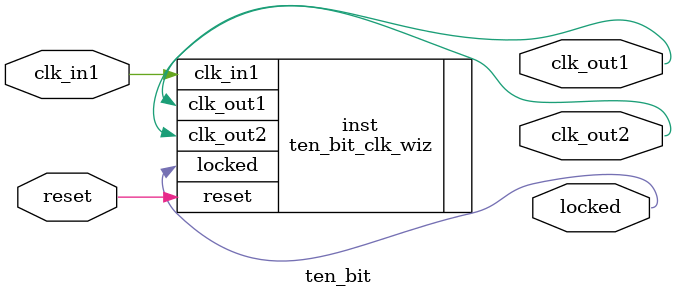
<source format=v>


`timescale 1ps/1ps

(* CORE_GENERATION_INFO = "ten_bit,clk_wiz_v5_4_3_0,{component_name=ten_bit,use_phase_alignment=true,use_min_o_jitter=false,use_max_i_jitter=false,use_dyn_phase_shift=false,use_inclk_switchover=false,use_dyn_reconfig=false,enable_axi=0,feedback_source=FDBK_AUTO,PRIMITIVE=PLL,num_out_clk=2,clkin1_period=10.000,clkin2_period=10.000,use_power_down=false,use_reset=true,use_locked=true,use_inclk_stopped=false,feedback_type=SINGLE,CLOCK_MGR_TYPE=NA,manual_override=false}" *)

module ten_bit 
 (
  // Clock out ports
  output        clk_out1,
  output        clk_out2,
  // Status and control signals
  input         reset,
  output        locked,
 // Clock in ports
  input         clk_in1
 );

  ten_bit_clk_wiz inst
  (
  // Clock out ports  
  .clk_out1(clk_out1),
  .clk_out2(clk_out2),
  // Status and control signals               
  .reset(reset), 
  .locked(locked),
 // Clock in ports
  .clk_in1(clk_in1)
  );

endmodule

</source>
